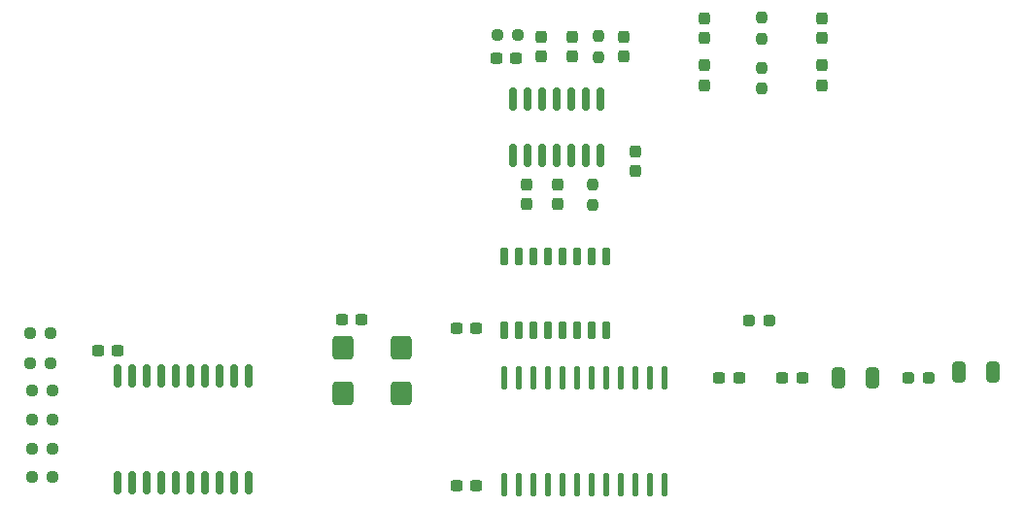
<source format=gbr>
%TF.GenerationSoftware,KiCad,Pcbnew,9.0.1+1*%
%TF.CreationDate,2025-08-31T09:06:52+00:00*%
%TF.ProjectId,rcbus-ymf262,72636275-732d-4796-9d66-3236322e6b69,@version@*%
%TF.SameCoordinates,Original*%
%TF.FileFunction,Paste,Top*%
%TF.FilePolarity,Positive*%
%FSLAX46Y46*%
G04 Gerber Fmt 4.6, Leading zero omitted, Abs format (unit mm)*
G04 Created by KiCad (PCBNEW 9.0.1+1) date 2025-08-31 09:06:52*
%MOMM*%
%LPD*%
G01*
G04 APERTURE LIST*
G04 Aperture macros list*
%AMRoundRect*
0 Rectangle with rounded corners*
0 $1 Rounding radius*
0 $2 $3 $4 $5 $6 $7 $8 $9 X,Y pos of 4 corners*
0 Add a 4 corners polygon primitive as box body*
4,1,4,$2,$3,$4,$5,$6,$7,$8,$9,$2,$3,0*
0 Add four circle primitives for the rounded corners*
1,1,$1+$1,$2,$3*
1,1,$1+$1,$4,$5*
1,1,$1+$1,$6,$7*
1,1,$1+$1,$8,$9*
0 Add four rect primitives between the rounded corners*
20,1,$1+$1,$2,$3,$4,$5,0*
20,1,$1+$1,$4,$5,$6,$7,0*
20,1,$1+$1,$6,$7,$8,$9,0*
20,1,$1+$1,$8,$9,$2,$3,0*%
G04 Aperture macros list end*
%ADD10RoundRect,0.237500X0.300000X0.237500X-0.300000X0.237500X-0.300000X-0.237500X0.300000X-0.237500X0*%
%ADD11RoundRect,0.150000X0.150000X-0.875000X0.150000X0.875000X-0.150000X0.875000X-0.150000X-0.875000X0*%
%ADD12RoundRect,0.237500X-0.237500X0.300000X-0.237500X-0.300000X0.237500X-0.300000X0.237500X0.300000X0*%
%ADD13RoundRect,0.137500X0.137500X-0.862500X0.137500X0.862500X-0.137500X0.862500X-0.137500X-0.862500X0*%
%ADD14RoundRect,0.250000X-0.650000X-0.750000X0.650000X-0.750000X0.650000X0.750000X-0.650000X0.750000X0*%
%ADD15RoundRect,0.237500X-0.287500X-0.237500X0.287500X-0.237500X0.287500X0.237500X-0.287500X0.237500X0*%
%ADD16RoundRect,0.150000X0.150000X-0.650000X0.150000X0.650000X-0.150000X0.650000X-0.150000X-0.650000X0*%
%ADD17RoundRect,0.237500X-0.300000X-0.237500X0.300000X-0.237500X0.300000X0.237500X-0.300000X0.237500X0*%
%ADD18RoundRect,0.237500X-0.250000X-0.237500X0.250000X-0.237500X0.250000X0.237500X-0.250000X0.237500X0*%
%ADD19RoundRect,0.237500X-0.237500X0.250000X-0.237500X-0.250000X0.237500X-0.250000X0.237500X0.250000X0*%
%ADD20RoundRect,0.237500X0.237500X-0.300000X0.237500X0.300000X-0.237500X0.300000X-0.237500X-0.300000X0*%
%ADD21RoundRect,0.237500X0.250000X0.237500X-0.250000X0.237500X-0.250000X-0.237500X0.250000X-0.237500X0*%
%ADD22RoundRect,0.237500X0.237500X-0.250000X0.237500X0.250000X-0.237500X0.250000X-0.237500X-0.250000X0*%
%ADD23RoundRect,0.150000X0.150000X-0.825000X0.150000X0.825000X-0.150000X0.825000X-0.150000X-0.825000X0*%
%ADD24RoundRect,0.250000X-0.325000X-0.650000X0.325000X-0.650000X0.325000X0.650000X-0.325000X0.650000X0*%
%ADD25RoundRect,0.237500X0.287500X0.237500X-0.287500X0.237500X-0.287500X-0.237500X0.287500X-0.237500X0*%
G04 APERTURE END LIST*
D10*
%TO.C,C1*%
X112112500Y-156750000D03*
X110387500Y-156750000D03*
%TD*%
%TO.C,C7*%
X112112500Y-143000000D03*
X110387500Y-143000000D03*
%TD*%
D11*
%TO.C,U1*%
X80880000Y-156500000D03*
X82150000Y-156500000D03*
X83420000Y-156500000D03*
X84690000Y-156500000D03*
X85960000Y-156500000D03*
X87230000Y-156500000D03*
X88500000Y-156500000D03*
X89770000Y-156500000D03*
X91040000Y-156500000D03*
X92310000Y-156500000D03*
X92310000Y-147200000D03*
X91040000Y-147200000D03*
X89770000Y-147200000D03*
X88500000Y-147200000D03*
X87230000Y-147200000D03*
X85960000Y-147200000D03*
X84690000Y-147200000D03*
X83420000Y-147200000D03*
X82150000Y-147200000D03*
X80880000Y-147200000D03*
%TD*%
D12*
%TO.C,C11*%
X126000000Y-127637500D03*
X126000000Y-129362500D03*
%TD*%
%TO.C,C8*%
X116500000Y-130500000D03*
X116500000Y-132225000D03*
%TD*%
%TO.C,C12*%
X119250000Y-130500000D03*
X119250000Y-132225000D03*
%TD*%
D13*
%TO.C,U2*%
X114515000Y-156650000D03*
X115785000Y-156650000D03*
X117055000Y-156650000D03*
X118325000Y-156650000D03*
X119595000Y-156650000D03*
X120865000Y-156650000D03*
X122135000Y-156650000D03*
X123405000Y-156650000D03*
X124675000Y-156650000D03*
X125945000Y-156650000D03*
X127215000Y-156650000D03*
X128485000Y-156650000D03*
X128485000Y-147350000D03*
X127215000Y-147350000D03*
X125945000Y-147350000D03*
X124675000Y-147350000D03*
X123405000Y-147350000D03*
X122135000Y-147350000D03*
X120865000Y-147350000D03*
X119595000Y-147350000D03*
X118325000Y-147350000D03*
X117055000Y-147350000D03*
X115785000Y-147350000D03*
X114515000Y-147350000D03*
%TD*%
D10*
%TO.C,C6*%
X80862500Y-145000000D03*
X79137500Y-145000000D03*
%TD*%
D14*
%TO.C,Y1*%
X100500000Y-148750000D03*
X105580000Y-148750000D03*
X105580000Y-144750000D03*
X100500000Y-144750000D03*
%TD*%
D15*
%TO.C,L2*%
X149792400Y-147368100D03*
X151542400Y-147368100D03*
%TD*%
D16*
%TO.C,U3*%
X114555000Y-143250000D03*
X115825000Y-143250000D03*
X117095000Y-143250000D03*
X118365000Y-143250000D03*
X119635000Y-143250000D03*
X120905000Y-143250000D03*
X122175000Y-143250000D03*
X123445000Y-143250000D03*
X123445000Y-136750000D03*
X122175000Y-136750000D03*
X120905000Y-136750000D03*
X119635000Y-136750000D03*
X118365000Y-136750000D03*
X117095000Y-136750000D03*
X115825000Y-136750000D03*
X114555000Y-136750000D03*
%TD*%
D17*
%TO.C,C2*%
X133304900Y-147368100D03*
X135029900Y-147368100D03*
%TD*%
D18*
%TO.C,R6*%
X73400000Y-156020000D03*
X75225000Y-156020000D03*
%TD*%
D12*
%TO.C,C13*%
X125000000Y-117637500D03*
X125000000Y-119362500D03*
%TD*%
D19*
%TO.C,R10*%
X137000000Y-120337500D03*
X137000000Y-122162500D03*
%TD*%
D20*
%TO.C,C9*%
X120500000Y-119362500D03*
X120500000Y-117637500D03*
%TD*%
D18*
%TO.C,R5*%
X73400000Y-153510000D03*
X75225000Y-153510000D03*
%TD*%
D21*
%TO.C,R9*%
X115750000Y-117500000D03*
X113925000Y-117500000D03*
%TD*%
D20*
%TO.C,C17*%
X142250000Y-121862500D03*
X142250000Y-120137500D03*
%TD*%
D22*
%TO.C,R7*%
X122250000Y-132325000D03*
X122250000Y-130500000D03*
%TD*%
%TO.C,R8*%
X122750000Y-119412500D03*
X122750000Y-117587500D03*
%TD*%
D18*
%TO.C,R3*%
X73400000Y-148490000D03*
X75225000Y-148490000D03*
%TD*%
%TO.C,R1*%
X73225000Y-143470000D03*
X75050000Y-143470000D03*
%TD*%
D20*
%TO.C,C10*%
X117750000Y-119362500D03*
X117750000Y-117637500D03*
%TD*%
D18*
%TO.C,R2*%
X73225000Y-146060000D03*
X75050000Y-146060000D03*
%TD*%
D23*
%TO.C,U4*%
X115327500Y-127975000D03*
X116597500Y-127975000D03*
X117867500Y-127975000D03*
X119137500Y-127975000D03*
X120407500Y-127975000D03*
X121677500Y-127975000D03*
X122947500Y-127975000D03*
X122947500Y-123025000D03*
X121677500Y-123025000D03*
X120407500Y-123025000D03*
X119137500Y-123025000D03*
X117867500Y-123025000D03*
X116597500Y-123025000D03*
X115327500Y-123025000D03*
%TD*%
D20*
%TO.C,C16*%
X131964600Y-117750000D03*
X131964600Y-116025000D03*
%TD*%
D24*
%TO.C,C4*%
X143692400Y-147368100D03*
X146642400Y-147368100D03*
%TD*%
D18*
%TO.C,R4*%
X73400000Y-151000000D03*
X75225000Y-151000000D03*
%TD*%
D24*
%TO.C,C5*%
X154192400Y-146868100D03*
X157142400Y-146868100D03*
%TD*%
D20*
%TO.C,C18*%
X142239600Y-117750000D03*
X142239600Y-116025000D03*
%TD*%
%TO.C,C15*%
X132000000Y-121862500D03*
X132000000Y-120137500D03*
%TD*%
D19*
%TO.C,R11*%
X137014600Y-115975000D03*
X137014600Y-117800000D03*
%TD*%
D17*
%TO.C,C19*%
X100387500Y-142250000D03*
X102112500Y-142250000D03*
%TD*%
%TO.C,C3*%
X138804900Y-147368100D03*
X140529900Y-147368100D03*
%TD*%
D25*
%TO.C,L1*%
X137667400Y-142368100D03*
X135917400Y-142368100D03*
%TD*%
D10*
%TO.C,C14*%
X115612500Y-119500000D03*
X113887500Y-119500000D03*
%TD*%
M02*

</source>
